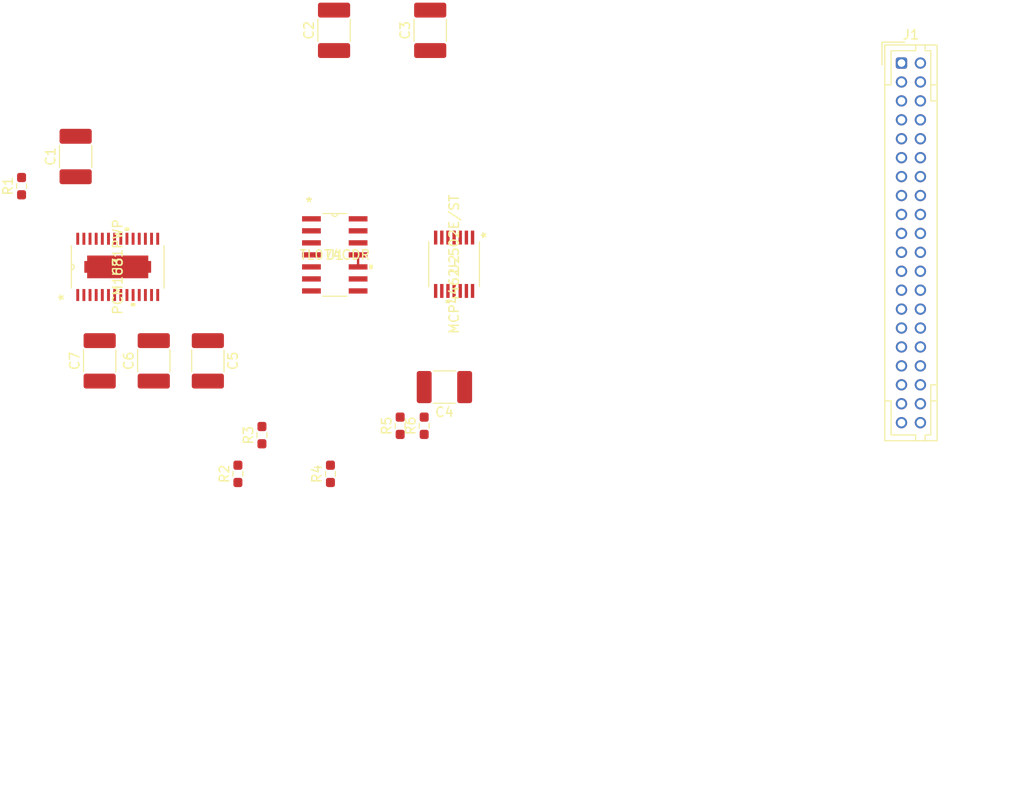
<source format=kicad_pcb>
(kicad_pcb (version 20211014) (generator pcbnew)
  (layers (0 "F.Cu" signal) (31 "B.Cu" signal) (34 "B.Paste" user) (35 "F.Paste" user) (36 "B.SilkS" user "B.Silkscreen") (37 "F.SilkS" user "F.Silkscreen") (38 "B.Mask" user) (39 "F.Mask" user) (44 "Edge.Cuts" user))
  (net 0 "")
  (net 1 "Net-(C2-Pad2)")
  (net 2 "Net-(C2-Pad1)")
  (net 3 "0")
  (net 4 "+1V5")
  (net 5 "Net-(C3-Pad2)")
  (net 6 "Net-(U1-Pad8)")
  (net 7 "Net-(R5-Pad1)")
  (net 11 "DAC")
  (net 12 "Net-(C1-Pad1)")
  (net 13 "Net-(C4-Pad1)")
  (net 14 "out")
  (net 16 "SCL")
  (net 17 "SDA")
  (net 18 "SCK")
  (net 22 "+3.3V")
  (footprint "Capacitor_SMD:C_1812_4532Metric_Pad1.57x3.40mm_HandSolder" (layer "F.Cu") (at 82.55 96.2875 90)
    (fp_text reference "C6" (at 0 -2.65 90) (layer "F.SilkS"))
    (fp_text value "100nF")
    (fp_line (start -1.161252 1.71) (end 1.161252 1.71) (layer "F.SilkS") (width 0.12))
    (fp_line (start -1.161252 -1.71) (end 1.161252 -1.71) (layer "F.SilkS") (width 0.12))
    (pad "1" smd roundrect (at -2.1375 0 90) (size 1.575 3.4) (layers "F.Cu" "F.Paste" "F.Mask") (roundrect_rratio 0.15873) (net 3 "0"))
    (pad "2" smd roundrect (at 2.1375 0 90) (size 1.575 3.4) (layers "F.Cu" "F.Paste" "F.Mask") (roundrect_rratio 0.15873) (net 4 "+1V5"))
  )
  (footprint "TL074CDR_OpAmp:TL074CDR" (layer "F.Cu") (at 101.6762 85.09)
    (fp_text reference "U1" (at 0 0) (layer "F.SilkS"))
    (fp_text value "TL074CDR" (at 0 0) (layer "F.SilkS"))
    (fp_text user "*" (at -2.7178 -5.5118) (layer "F.SilkS"))
    (fp_text user "*" (at -2.7178 -5.5118) (layer "F.SilkS"))
    (fp_line (start -1.292503 4.3688) (end 1.292503 4.3688) (layer "F.SilkS") (width 0.12))
    (fp_line (start 1.292503 -4.3688) (end -1.292503 -4.3688) (layer "F.SilkS") (width 0.12))
    (fp_arc (start 0.3048 -4.3688) (mid 0 -4.064) (end -0.3048 -4.3688) (layer "F.SilkS") (width 0.12))
    (fp_poly (pts (xy 3.9624 1.0795) (xy 3.9624 1.4605) (xy 3.7084 1.4605) (xy 3.7084 1.0795)) (layer "F.SilkS") (width 0.1) (fill solid))
    (pad "1" smd rect locked (at -2.4638 -3.81) (size 1.9812 0.5588) (layers "F.Cu" "F.Paste" "F.Mask") (net 1 "Net-(C2-Pad2)"))
    (pad "2" smd rect locked (at -2.4638 -2.54) (size 1.9812 0.5588) (layers "F.Cu" "F.Paste" "F.Mask") (net 2 "Net-(C2-Pad1)"))
    (pad "3" smd rect locked (at -2.4638 -1.27) (size 1.9812 0.5588) (layers "F.Cu" "F.Paste" "F.Mask") (net 3 "0"))
    (pad "4" smd rect locked (at -2.4638 0) (size 1.9812 0.5588) (layers "F.Cu" "F.Paste" "F.Mask") (net 4 "+1V5"))
    (pad "5" smd rect locked (at -2.4638 1.27) (size 1.9812 0.5588) (layers "F.Cu" "F.Paste" "F.Mask") (net 5 "Net-(C3-Pad2)"))
    (pad "6" smd rect locked (at -2.4638 2.54) (size 1.9812 0.5588) (layers "F.Cu" "F.Paste" "F.Mask") (net 3 "0"))
    (pad "7" smd rect locked (at -2.4638 3.81) (size 1.9812 0.5588) (layers "F.Cu" "F.Paste" "F.Mask") (net 3 "0"))
    (pad "8" smd rect locked (at 2.4638 3.81) (size 1.9812 0.5588) (layers "F.Cu" "F.Paste" "F.Mask") (net 6 "Net-(U1-Pad8)"))
    (pad "9" smd rect locked (at 2.4638 2.54) (size 1.9812 0.5588) (layers "F.Cu" "F.Paste" "F.Mask") (net 7 "Net-(R5-Pad1)"))
    (pad "10" smd rect locked (at 2.4638 1.27) (size 1.9812 0.5588) (layers "F.Cu" "F.Paste" "F.Mask") (net 3 "0"))
    (pad "11" smd rect locked (at 2.4638 0) (size 1.9812 0.5588) (layers "F.Cu" "F.Paste" "F.Mask") (net 3 "0"))
    (pad "12" smd rect locked (at 2.4638 -1.27) (size 1.9812 0.5588) (layers "F.Cu" "F.Paste" "F.Mask"))
    (pad "13" smd rect locked (at 2.4638 -2.54) (size 1.9812 0.5588) (layers "F.Cu" "F.Paste" "F.Mask"))
    (pad "14" smd rect locked (at 2.4638 -3.81) (size 1.9812 0.5588) (layers "F.Cu" "F.Paste" "F.Mask"))
  )
  (footprint "Resistor_SMD:R_0603_1608Metric_Pad0.98x0.95mm_HandSolder" (layer "F.Cu") (at 101.219 108.2275 90)
    (fp_text reference "R4" (at 0 -1.43 90) (layer "F.SilkS"))
    (fp_text value "47")
    (fp_line (start -0.254724 0.5225) (end 0.254724 0.5225) (layer "F.SilkS") (width 0.12))
    (fp_line (start -0.254724 -0.5225) (end 0.254724 -0.5225) (layer "F.SilkS") (width 0.12))
    (pad "1" smd roundrect (at -0.9125 0 90) (size 0.975 0.95) (layers "F.Cu" "F.Paste" "F.Mask") (net 1 "Net-(C2-Pad2)"))
    (pad "2" smd roundrect (at 0.9125 0 90) (size 0.975 0.95) (layers "F.Cu" "F.Paste" "F.Mask") (net 13 "Net-(C4-Pad1)"))
  )
  (footprint "Capacitor_SMD:C_1812_4532Metric_Pad1.57x3.40mm_HandSolder" (layer "F.Cu") (at 101.6 61.3625 90)
    (fp_text reference "C2" (at 0 -2.65 90) (layer "F.SilkS"))
    (fp_text value "470pF")
    (fp_line (start -1.161252 1.71) (end 1.161252 1.71) (layer "F.SilkS") (width 0.12))
    (fp_line (start -1.161252 -1.71) (end 1.161252 -1.71) (layer "F.SilkS") (width 0.12))
    (pad "1" smd roundrect (at -2.1375 0 90) (size 1.575 3.4) (layers "F.Cu" "F.Paste" "F.Mask") (roundrect_rratio 0.15873) (net 2 "Net-(C2-Pad1)"))
    (pad "2" smd roundrect (at 2.1375 0 90) (size 1.575 3.4) (layers "F.Cu" "F.Paste" "F.Mask") (roundrect_rratio 0.15873) (net 1 "Net-(C2-Pad2)"))
  )
  (footprint "Resistor_SMD:R_0603_1608Metric_Pad0.98x0.95mm_HandSolder" (layer "F.Cu") (at 108.585 103.1475 90)
    (fp_text reference "R5" (at 0 -1.43 90) (layer "F.SilkS"))
    (fp_text value "1k")
    (fp_line (start -0.254724 -0.5225) (end 0.254724 -0.5225) (layer "F.SilkS") (width 0.12))
    (fp_line (start -0.254724 0.5225) (end 0.254724 0.5225) (layer "F.SilkS") (width 0.12))
    (pad "1" smd roundrect (at -0.9125 0 90) (size 0.975 0.95) (layers "F.Cu" "F.Paste" "F.Mask") (net 7 "Net-(R5-Pad1)"))
    (pad "2" smd roundrect (at 0.9125 0 90) (size 0.975 0.95) (layers "F.Cu" "F.Paste" "F.Mask") (net 14 "out"))
  )
  (footprint "Connector_JAE:JAE_LY20-40P-DT1_2x20_P2.00mm_Vertical" (layer "F.Cu") (at 161.56 64.82)
    (fp_text reference "J1" (at 1 -3) (layer "F.SilkS"))
    (fp_text value "Conn_02x20_Counter_Clockwise")
    (fp_line (start 2.5 -1.91) (end 2.5 -1.3) (layer "F.SilkS") (width 0.12))
    (fp_line (start -2.06 -2.21) (end -2.06 0.2) (layer "F.SilkS") (width 0.12))
    (fp_line (start 2.5 39.91) (end 2.5 39.3) (layer "F.SilkS") (width 0.12))
    (fp_line (start 0.35 -2.21) (end -2.06 -2.21) (layer "F.SilkS") (width 0.12))
    (fp_line (start 3.76 35.7) (end 3.1 35.7) (layer "F.SilkS") (width 0.12))
    (fp_line (start 3.1 34) (end 3.76 34) (layer "F.SilkS") (width 0.12))
    (fp_line (start 1.5 39.91) (end 1.5 39.3) (layer "F.SilkS") (width 0.12))
    (fp_line (start 3.1 -1.3) (end 3.1 4) (layer "F.SilkS") (width 0.12))
    (fp_line (start 3.76 2.3) (end 3.1 2.3) (layer "F.SilkS") (width 0.12))
    (fp_line (start -1.1 -1.3) (end -1.1 2.3) (layer "F.SilkS") (width 0.12))
    (fp_line (start -1.1 39.3) (end -1.1 35.7) (layer "F.SilkS") (width 0.12))
    (fp_line (start 1.5 -1.3) (end -1.1 -1.3) (layer "F.SilkS") (width 0.12))
    (fp_line (start 3.1 4) (end 3.76 4) (layer "F.SilkS") (width 0.12))
    (fp_line (start -1.76 -1.91) (end -1.76 39.91) (layer "F.SilkS") (width 0.12))
    (fp_line (start 1.5 -1.91) (end 1.5 -1.3) (layer "F.SilkS") (width 0.12))
    (fp_line (start 3.76 39.91) (end 3.76 -1.91) (layer "F.SilkS") (width 0.12))
    (fp_line (start -1.1 2.3) (end -1.76 2.3) (layer "F.SilkS") (width 0.12))
    (fp_line (start 2.5 39.3) (end 3.1 39.3) (layer "F.SilkS") (width 0.12))
    (fp_line (start 1.5 39.3) (end -1.1 39.3) (layer "F.SilkS") (width 0.12))
    (fp_line (start 3.1 39.3) (end 3.1 34) (layer "F.SilkS") (width 0.12))
    (fp_line (start 2.5 -1.3) (end 3.1 -1.3) (layer "F.SilkS") (width 0.12))
    (fp_line (start -1.1 35.7) (end -1.76 35.7) (layer "F.SilkS") (width 0.12))
    (fp_line (start 3.76 -1.91) (end -1.76 -1.91) (layer "F.SilkS") (width 0.12))
    (fp_line (start -1.76 39.91) (end 3.76 39.91) (layer "F.SilkS") (width 0.12))
    (pad "a1" thru_hole roundrect (at 0 0) (size 1.2 1.2) (drill 0.8) (layers *.Cu *.Mask) (roundrect_rratio 0.208333))
    (pad "a2" thru_hole circle (at 0 2) (size 1.2 1.2) (drill 0.8) (layers *.Cu *.Mask))
    (pad "a3" thru_hole circle (at 0 4) (size 1.2 1.2) (drill 0.8) (layers *.Cu *.Mask))
    (pad "a4" thru_hole circle (at 0 6) (size 1.2 1.2) (drill 0.8) (layers *.Cu *.Mask))
    (pad "a5" thru_hole circle (at 0 8) (size 1.2 1.2) (drill 0.8) (layers *.Cu *.Mask))
    (pad "a6" thru_hole circle (at 0 10) (size 1.2 1.2) (drill 0.8) (layers *.Cu *.Mask))
    (pad "a7" thru_hole circle (at 0 12) (size 1.2 1.2) (drill 0.8) (layers *.Cu *.Mask))
    (pad "a8" thru_hole circle (at 0 14) (size 1.2 1.2) (drill 0.8) (layers *.Cu *.Mask))
    (pad "a9" thru_hole circle (at 0 16) (size 1.2 1.2) (drill 0.8) (layers *.Cu *.Mask))
    (pad "a10" thru_hole circle (at 0 18) (size 1.2 1.2) (drill 0.8) (layers *.Cu *.Mask))
    (pad "a11" thru_hole circle (at 0 20) (size 1.2 1.2) (drill 0.8) (layers *.Cu *.Mask))
    (pad "a12" thru_hole circle (at 0 22) (size 1.2 1.2) (drill 0.8) (layers *.Cu *.Mask))
    (pad "a13" thru_hole circle (at 0 24) (size 1.2 1.2) (drill 0.8) (layers *.Cu *.Mask))
    (pad "a14" thru_hole circle (at 0 26) (size 1.2 1.2) (drill 0.8) (layers *.Cu *.Mask))
    (pad "a15" thru_hole circle (at 0 28) (size 1.2 1.2) (drill 0.8) (layers *.Cu *.Mask))
    (pad "a16" thru_hole circle (at 0 30) (size 1.2 1.2) (drill 0.8) (layers *.Cu *.Mask))
    (pad "a17" thru_hole circle (at 0 32) (size 1.2 1.2) (drill 0.8) (layers *.Cu *.Mask))
    (pad "a18" thru_hole circle (at 0 34) (size 1.2 1.2) (drill 0.8) (layers *.Cu *.Mask))
    (pad "a19" thru_hole circle (at 0 36) (size 1.2 1.2) (drill 0.8) (layers *.Cu *.Mask))
    (pad "a20" thru_hole circle (at 0 38) (size 1.2 1.2) (drill 0.8) (layers *.Cu *.Mask))
    (pad "b1" thru_hole circle (at 2 0) (size 1.2 1.2) (drill 0.8) (layers *.Cu *.Mask))
    (pad "b2" thru_hole circle (at 2 2) (size 1.2 1.2) (drill 0.8) (layers *.Cu *.Mask))
    (pad "b3" thru_hole circle (at 2 4) (size 1.2 1.2) (drill 0.8) (layers *.Cu *.Mask))
    (pad "b4" thru_hole circle (at 2 6) (size 1.2 1.2) (drill 0.8) (layers *.Cu *.Mask))
    (pad "b5" thru_hole circle (at 2 8) (size 1.2 1.2) (drill 0.8) (layers *.Cu *.Mask))
    (pad "b6" thru_hole circle (at 2 10) (size 1.2 1.2) (drill 0.8) (layers *.Cu *.Mask))
    (pad "b7" thru_hole circle (at 2 12) (size 1.2 1.2) (drill 0.8) (layers *.Cu *.Mask))
    (pad "b8" thru_hole circle (at 2 14) (size 1.2 1.2) (drill 0.8) (layers *.Cu *.Mask))
    (pad "b9" thru_hole circle (at 2 16) (size 1.2 1.2) (drill 0.8) (layers *.Cu *.Mask))
    (pad "b10" thru_hole circle (at 2 18) (size 1.2 1.2) (drill 0.8) (layers *.Cu *.Mask))
    (pad "b11" thru_hole circle (at 2 20) (size 1.2 1.2) (drill 0.8) (layers *.Cu *.Mask))
    (pad "b12" thru_hole circle (at 2 22) (size 1.2 1.2) (drill 0.8) (layers *.Cu *.Mask))
    (pad "b13" thru_hole circle (at 2 24) (size 1.2 1.2) (drill 0.8) (layers *.Cu *.Mask))
    (pad "b14" thru_hole circle (at 2 26) (size 1.2 1.2) (drill 0.8) (layers *.Cu *.Mask))
    (pad "b15" thru_hole circle (at 2 28) (size 1.2 1.2) (drill 0.8) (layers *.Cu *.Mask))
    (pad "b16" thru_hole circle (at 2 30) (size 1.2 1.2) (drill 0.8) (layers *.Cu *.Mask))
    (pad "b17" thru_hole circle (at 2 32) (size 1.2 1.2) (drill 0.8) (layers *.Cu *.Mask))
    (pad "b18" thru_hole circle (at 2 34) (size 1.2 1.2) (drill 0.8) (layers *.Cu *.Mask))
    (pad "b19" thru_hole circle (at 2 36) (size 1.2 1.2) (drill 0.8) (layers *.Cu *.Mask))
    (pad "b20" thru_hole circle (at 2 38) (size 1.2 1.2) (drill 0.8) (layers *.Cu *.Mask))
  )
  (footprint "Resistor_SMD:R_0603_1608Metric_Pad0.98x0.95mm_HandSolder" (layer "F.Cu") (at 68.58 77.8275 90)
    (fp_text reference "R1" (at 0 -1.43 90) (layer "F.SilkS"))
    (fp_text value "6.2k")
    (fp_line (start -0.254724 -0.5225) (end 0.254724 -0.5225) (layer "F.SilkS") (width 0.12))
    (fp_line (start -0.254724 0.5225) (end 0.254724 0.5225) (layer "F.SilkS") (width 0.12))
    (pad "1" smd roundrect (at -0.9125 0 90) (size 0.975 0.95) (layers "F.Cu" "F.Paste" "F.Mask") (net 11 "DAC"))
    (pad "2" smd roundrect (at 0.9125 0 90) (size 0.975 0.95) (layers "F.Cu" "F.Paste" "F.Mask") (net 12 "Net-(C1-Pad1)"))
  )
  (footprint "Capacitor_SMD:C_1812_4532Metric_Pad1.57x3.40mm_HandSolder" (layer "F.Cu") (at 74.295 74.6975 90)
    (fp_text reference "C1" (at 0 -2.65 90) (layer "F.SilkS"))
    (fp_text value "4700pF")
    (fp_line (start -1.161252 -1.71) (end 1.161252 -1.71) (layer "F.SilkS") (width 0.12))
    (fp_line (start -1.161252 1.71) (end 1.161252 1.71) (layer "F.SilkS") (width 0.12))
    (pad "1" smd roundrect (at -2.1375 0 90) (size 1.575 3.4) (layers "F.Cu" "F.Paste" "F.Mask") (roundrect_rratio 0.15873) (net 12 "Net-(C1-Pad1)"))
    (pad "2" smd roundrect (at 2.1375 0 90) (size 1.575 3.4) (layers "F.Cu" "F.Paste" "F.Mask") (roundrect_rratio 0.15873) (net 3 "0"))
  )
  (footprint "PCM1681PWP:PCM1681PWP" (layer "F.Cu") (at 78.74 86.36 90)
    (fp_text reference "U3" (at 0 0 90) (layer "F.SilkS"))
    (fp_text value "PCM1681PWP" (at 0 0 90) (layer "F.SilkS"))
    (fp_text user "*" (at -3.2258 -5.672874 90) (layer "F.SilkS"))
    (fp_text user "*" (at -3.2258 -5.672874 90) (layer "F.SilkS"))
    (fp_poly (pts (xy -0.575 3.23) (xy -0.575 3.48) (xy 0.575 3.48) (xy 0.575 3.23)) (layer "F.Cu") (width 0.1) (fill solid))
    (fp_poly (pts (xy -0.575 -3.23) (xy -0.575 -3.48) (xy 0.575 -3.48) (xy 0.575 -3.23)) (layer "F.Cu") (width 0.1) (fill solid))
    (fp_line (start -2.2479 4.900003) (end 2.2479 4.900003) (layer "F.SilkS") (width 0.12))
    (fp_line (start 2.2479 -4.900003) (end -2.2479 -4.900003) (layer "F.SilkS") (width 0.12))
    (fp_arc (start 0.3048 -4.900003) (mid 0 -4.595203) (end -0.3048 -4.900003) (layer "F.SilkS") (width 0.12))
    (fp_poly (pts (xy 4.1148 0.784517) (xy 4.1148 1.165517) (xy 3.8608 1.165517) (xy 3.8608 0.784517)) (layer "F.SilkS") (width 0.1) (fill solid))
    (fp_poly (pts (xy -4.1148 1.434528) (xy -4.1148 1.815528) (xy -3.8608 1.815528) (xy -3.8608 1.434528)) (layer "F.SilkS") (width 0.1) (fill solid))
    (pad "1" smd rect locked (at -2.9718 -4.225074 90) (size 1.27 0.3048) (layers "F.Cu" "F.Paste" "F.Mask"))
    (pad "2" smd rect locked (at -2.9718 -3.575063 90) (size 1.27 0.3048) (layers "F.Cu" "F.Paste" "F.Mask") (net 3 "0"))
    (pad "3" smd rect locked (at -2.9718 -2.925051 90) (size 1.27 0.3048) (layers "F.Cu" "F.Paste" "F.Mask") (net 16 "SCL"))
    (pad "4" smd rect locked (at -2.9718 -2.27504 90) (size 1.27 0.3048) (layers "F.Cu" "F.Paste" "F.Mask") (net 17 "SDA"))
    (pad "5" smd rect locked (at -2.9718 -1.625028 90) (size 1.27 0.3048) (layers "F.Cu" "F.Paste" "F.Mask") (net 18 "SCK"))
    (pad "6" smd rect locked (at -2.9718 -0.975017 90) (size 1.27 0.3048) (layers "F.Cu" "F.Paste" "F.Mask"))
    (pad "7" smd rect locked (at -2.9718 -0.325006 90) (size 1.27 0.3048) (layers "F.Cu" "F.Paste" "F.Mask"))
    (pad "8" smd rect locked (at -2.9718 0.325006 90) (size 1.27 0.3048) (layers "F.Cu" "F.Paste" "F.Mask"))
    (pad "9" smd rect locked (at -2.9718 0.975017 90) (size 1.27 0.3048) (layers "F.Cu" "F.Paste" "F.Mask") (net 22 "+3.3V"))
    (pad "10" smd rect locked (at -2.9718 1.625028 90) (size 1.27 0.3048) (layers "F.Cu" "F.Paste" "F.Mask") (net 3 "0"))
    (pad "11" smd rect locked (at -2.9718 2.27504 90) (size 1.27 0.3048) (layers "F.Cu" "F.Paste" "F.Mask"))
    (pad "12" smd rect locked (at -2.9718 2.925051 90) (size 1.27 0.3048) (layers "F.Cu" "F.Paste" "F.Mask"))
    (pad "13" smd rect locked (at -2.9718 3.575063 90) (size 1.27 0.3048) (layers "F.Cu" "F.Paste" "F.Mask"))
    (pad "14" smd rect locked (at -2.9718 4.225074 90) (size 1.27 0.3048) (layers "F.Cu" "F.Paste" "F.Mask") (net 3 "0"))
    (pad "15" smd rect locked (at 2.9718 4.225074 90) (size 1.27 0.3048) (layers "F.Cu" "F.Paste" "F.Mask"))
    (pad "16" smd rect locked (at 2.9718 3.575063 90) (size 1.27 0.3048) (layers "F.Cu" "F.Paste" "F.Mask"))
    (pad "17" smd rect locked (at 2.9718 2.925051 90) (size 1.27 0.3048) (layers "F.Cu" "F.Paste" "F.Mask") (net 4 "+1V5"))
    (pad "18" smd rect locked (at 2.9718 2.27504 90) (size 1.27 0.3048) (layers "F.Cu" "F.Paste" "F.Mask") (net 3 "0"))
    (pad "19" smd rect locked (at 2.9718 1.625028 90) (size 1.27 0.3048) (layers "F.Cu" "F.Paste" "F.Mask"))
    (pad "20" smd rect locked (at 2.9718 0.975017 90) (size 1.27 0.3048) (layers "F.Cu" "F.Paste" "F.Mask"))
    (pad "21" smd rect locked (at 2.9718 0.325006 90) (size 1.27 0.3048) (layers "F.Cu" "F.Paste" "F.Mask"))
    (pad "22" smd rect locked (at 2.9718 -0.325006 90) (size 1.27 0.3048) (layers "F.Cu" "F.Paste" "F.Mask"))
    (pad "23" smd rect locked (at 2.9718 -0.975017 90) (size 1.27 0.3048) (layers "F.Cu" "F.Paste" "F.Mask") (net 4 "+1V5"))
    (pad "24" smd rect locked (at 2.9718 -1.625028 90) (size 1.27 0.3048) (layers "F.Cu" "F.Paste" "F.Mask") (net 3 "0"))
    (pad "25" smd rect locked (at 2.9718 -2.27504 90) (size 1.27 0.3048) (layers "F.Cu" "F.Paste" "F.Mask"))
    (pad "26" smd rect locked (at 2.9718 -2.925051 90) (size 1.27 0.3048) (layers "F.Cu" "F.Paste" "F.Mask"))
    (pad "27" smd rect locked (at 2.9718 -3.575063 90) (size 1.27 0.3048) (layers "F.Cu" "F.Paste" "F.Mask") (net 11 "DAC"))
    (pad "28" smd rect locked (at 2.9718 -4.225074 90) (size 1.27 0.3048) (layers "F.Cu" "F.Paste" "F.Mask"))
    (pad "29" smd rect locked (at 0 0 90) (size 2.4 6.46) (layers "F.Cu" "F.Paste" "F.Mask"))
  )
  (footprint "Capacitor_SMD:C_1812_4532Metric_Pad1.57x3.40mm_HandSolder" (layer "F.Cu") (at 88.265 96.2875 -90)
    (fp_text reference "C5" (at 0 -2.65 90) (layer "F.SilkS"))
    (fp_text value "100nF")
    (fp_line (start -1.161252 -1.71) (end 1.161252 -1.71) (layer "F.SilkS") (width 0.12))
    (fp_line (start -1.161252 1.71) (end 1.161252 1.71) (layer "F.SilkS") (width 0.12))
    (pad "1" smd roundrect (at -2.1375 0 270) (size 1.575 3.4) (layers "F.Cu" "F.Paste" "F.Mask") (roundrect_rratio 0.15873) (net 22 "+3.3V"))
    (pad "2" smd roundrect (at 2.1375 0 270) (size 1.575 3.4) (layers "F.Cu" "F.Paste" "F.Mask") (roundrect_rratio 0.15873) (net 3 "0"))
  )
  (footprint "Capacitor_SMD:C_1812_4532Metric_Pad1.57x3.40mm_HandSolder" (layer "F.Cu") (at 113.2625 99.06 180)
    (fp_text reference "C4" (at 0 -2.65) (layer "F.SilkS"))
    (fp_text value "10uF")
    (fp_line (start -1.161252 1.71) (end 1.161252 1.71) (layer "F.SilkS") (width 0.12))
    (fp_line (start -1.161252 -1.71) (end 1.161252 -1.71) (layer "F.SilkS") (width 0.12))
    (pad "1" smd roundrect (at -2.1375 0 180) (size 1.575 3.4) (layers "F.Cu" "F.Paste" "F.Mask") (roundrect_rratio 0.15873) (net 13 "Net-(C4-Pad1)"))
    (pad "2" smd roundrect (at 2.1375 0 180) (size 1.575 3.4) (layers "F.Cu" "F.Paste" "F.Mask") (roundrect_rratio 0.15873) (net 14 "out"))
  )
  (footprint "Capacitor_SMD:C_1812_4532Metric_Pad1.57x3.40mm_HandSolder" (layer "F.Cu") (at 111.76 61.3625 90)
    (fp_text reference "C3" (at 0 -2.65 90) (layer "F.SilkS"))
    (fp_text value "10u")
    (fp_line (start -1.161252 1.71) (end 1.161252 1.71) (layer "F.SilkS") (width 0.12))
    (fp_line (start -1.161252 -1.71) (end 1.161252 -1.71) (layer "F.SilkS") (width 0.12))
    (pad "1" smd roundrect (at -2.1375 0 90) (size 1.575 3.4) (layers "F.Cu" "F.Paste" "F.Mask") (roundrect_rratio 0.15873) (net 3 "0"))
    (pad "2" smd roundrect (at 2.1375 0 90) (size 1.575 3.4) (layers "F.Cu" "F.Paste" "F.Mask") (roundrect_rratio 0.15873) (net 5 "Net-(C3-Pad2)"))
  )
  (footprint "Capacitor_SMD:C_1812_4532Metric_Pad1.57x3.40mm_HandSolder" (layer "F.Cu") (at 76.835 96.2875 90)
    (fp_text reference "C7" (at 0 -2.65 90) (layer "F.SilkS"))
    (fp_text value "100nF")
    (fp_line (start -1.161252 -1.71) (end 1.161252 -1.71) (layer "F.SilkS") (width 0.12))
    (fp_line (start -1.161252 1.71) (end 1.161252 1.71) (layer "F.SilkS") (width 0.12))
    (pad "1" smd roundrect (at -2.1375 0 90) (size 1.575 3.4) (layers "F.Cu" "F.Paste" "F.Mask") (roundrect_rratio 0.15873) (net 3 "0"))
    (pad "2" smd roundrect (at 2.1375 0 90) (size 1.575 3.4) (layers "F.Cu" "F.Paste" "F.Mask") (roundrect_rratio 0.15873) (net 4 "+1V5"))
  )
  (footprint "Resistor_SMD:R_0603_1608Metric_Pad0.98x0.95mm_HandSolder" (layer "F.Cu") (at 93.98 104.14 90)
    (fp_text reference "R3" (at 0 -1.43 90) (layer "F.SilkS"))
    (fp_text value "430")
    (fp_line (start -0.254724 -0.5225) (end 0.254724 -0.5225) (layer "F.SilkS") (width 0.12))
    (fp_line (start -0.254724 0.5225) (end 0.254724 0.5225) (layer "F.SilkS") (width 0.12))
    (pad "1" smd roundrect (at -0.9125 0 90) (size 0.975 0.95) (layers "F.Cu" "F.Paste" "F.Mask") (net 12 "Net-(C1-Pad1)"))
    (pad "2" smd roundrect (at 0.9125 0 90) (size 0.975 0.95) (layers "F.Cu" "F.Paste" "F.Mask") (net 2 "Net-(C2-Pad1)"))
  )
  (footprint "DPOT:MCP4462-502E&slash_ST" (layer "F.Cu") (at 114.285001 86.0806 -90)
    (fp_text reference "U2" (at 0 0 90) (layer "F.SilkS"))
    (fp_text value "MCP4462-502E/ST" (at 0 0 90) (layer "F.SilkS"))
    (fp_text user "*" (at -3.0734 -3.4486 90) (layer "F.SilkS"))
    (fp_text user "*" (at -3.0734 -3.4486 90) (layer "F.SilkS"))
    (fp_line (start -2.3749 2.6797) (end 2.3749 2.6797) (layer "F.SilkS") (width 0.12))
    (fp_line (start 2.3749 -2.6797) (end -2.3749 -2.6797) (layer "F.SilkS") (width 0.12))
    (fp_poly (pts (xy 4.064 0.459499) (xy 4.064 0.840499) (xy 3.81 0.840499) (xy 3.81 0.459499)) (layer "F.SilkS") (width 0.1) (fill solid))
    (pad "1" smd rect locked (at -2.8194 -1.950001 270) (size 1.4732 0.3556) (layers "F.Cu" "F.Paste" "F.Mask"))
    (pad "2" smd rect locked (at -2.8194 -1.3 270) (size 1.4732 0.3556) (layers "F.Cu" "F.Paste" "F.Mask"))
    (pad "3" smd rect locked (at -2.8194 -0.649999 270) (size 1.4732 0.3556) (layers "F.Cu" "F.Paste" "F.Mask"))
    (pad "4" smd rect locked (at -2.8194 0 270) (size 1.4732 0.3556) (layers "F.Cu" "F.Paste" "F.Mask") (net 16 "SCL"))
    (pad "5" smd rect locked (at -2.8194 0.649999 270) (size 1.4732 0.3556) (layers "F.Cu" "F.Paste" "F.Mask") (net 17 "SDA"))
    (pad "6" smd rect locked (at -2.8194 1.3 270) (size 1.4732 0.3556) (layers "F.Cu" "F.Paste" "F.Mask") (net 3 "0"))
    (pad "7" smd rect locked (at -2.8194 1.949999 270) (size 1.4732 0.3556) (layers "F.Cu" "F.Paste" "F.Mask") (net 7 "Net-(R5-Pad1)"))
    (pad "8" smd rect locked (at 2.8194 1.950001 270) (size 1.4732 0.3556) (layers "F.Cu" "F.Paste" "F.Mask") (net 6 "Net-(U1-Pad8)"))
    (pad "9" smd rect locked (at 2.8194 1.3 270) (size 1.4732 0.3556) (layers "F.Cu" "F.Paste" "F.Mask"))
    (pad "10" smd rect locked (at 2.8194 0.650001 270) (size 1.4732 0.3556) (layers "F.Cu" "F.Paste" "F.Mask"))
    (pad "11" smd rect locked (at 2.8194 0 270) (size 1.4732 0.3556) (layers "F.Cu" "F.Paste" "F.Mask"))
    (pad "12" smd rect locked (at 2.8194 -0.649999 270) (size 1.4732 0.3556) (layers "F.Cu" "F.Paste" "F.Mask") (net 4 "+1V5"))
    (pad "13" smd rect locked (at 2.8194 -1.3 270) (size 1.4732 0.3556) (layers "F.Cu" "F.Paste" "F.Mask"))
    (pad "14" smd rect locked (at 2.8194 -1.949999 270) (size 1.4732 0.3556) (layers "F.Cu" "F.Paste" "F.Mask"))
  )
  (footprint "Resistor_SMD:R_0603_1608Metric_Pad0.98x0.95mm_HandSolder" (layer "F.Cu") (at 91.44 108.2275 90)
    (fp_text reference "R2" (at 0 -1.43 90) (layer "F.SilkS"))
    (fp_text value "6.8k")
    (fp_line (start -0.254724 -0.5225) (end 0.254724 -0.5225) (layer "F.SilkS") (width 0.12))
    (fp_line (start -0.254724 0.5225) (end 0.254724 0.5225) (layer "F.SilkS") (width 0.12))
    (pad "1" smd roundrect (at -0.9125 0 90) (size 0.975 0.95) (layers "F.Cu" "F.Paste" "F.Mask") (net 1 "Net-(C2-Pad2)"))
    (pad "2" smd roundrect (at 0.9125 0 90) (size 0.975 0.95) (layers "F.Cu" "F.Paste" "F.Mask") (net 12 "Net-(C1-Pad1)"))
  )
  (footprint "Resistor_SMD:R_0603_1608Metric_Pad0.98x0.95mm_HandSolder" (layer "F.Cu") (at 111.125 103.1475 90)
    (fp_text reference "R6" (at 0 -1.43 90) (layer "F.SilkS"))
    (fp_text value "10k")
    (fp_line (start -0.254724 -0.5225) (end 0.254724 -0.5225) (layer "F.SilkS") (width 0.12))
    (fp_line (start -0.254724 0.5225) (end 0.254724 0.5225) (layer "F.SilkS") (width 0.12))
    (pad "1" smd roundrect (at -0.9125 0 90) (size 0.975 0.95) (layers "F.Cu" "F.Paste" "F.Mask") (net 3 "0"))
    (pad "2" smd roundrect (at 0.9125 0 90) (size 0.975 0.95) (layers "F.Cu" "F.Paste" "F.Mask") (net 14 "out"))
  )
  (segment (start 104.14 85.09) (end 104.14 86.36) (width 0.25) (layer "F.Cu") (net 3))
)
</source>
